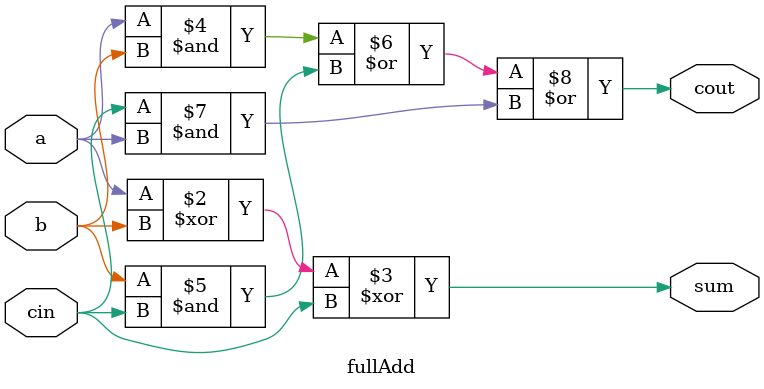
<source format=sv>

module fullAdd(
  input logic a,
  input logic b,
  input logic cin,
  output logic sum,
  output logic cout
);

  always_comb begin
    sum = a ^ b ^ cin;
    cout = (a & b) | (b & cin) | (cin & a);
  end

endmodule
</source>
